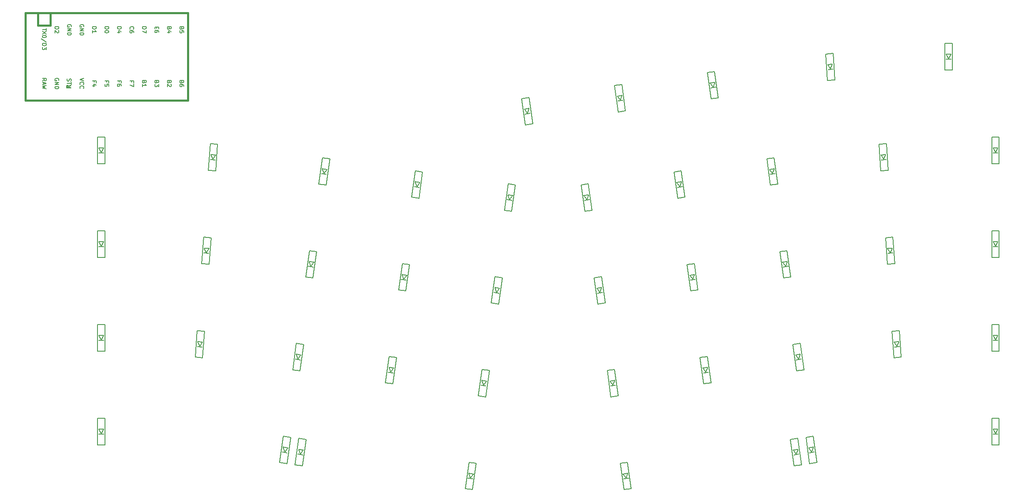
<source format=gbr>
G04 #@! TF.GenerationSoftware,KiCad,Pcbnew,(5.1.4)-1*
G04 #@! TF.CreationDate,2021-09-17T00:33:20-10:00*
G04 #@! TF.ProjectId,oya38split,6f796133-3873-4706-9c69-742e6b696361,rev?*
G04 #@! TF.SameCoordinates,Original*
G04 #@! TF.FileFunction,Legend,Top*
G04 #@! TF.FilePolarity,Positive*
%FSLAX46Y46*%
G04 Gerber Fmt 4.6, Leading zero omitted, Abs format (unit mm)*
G04 Created by KiCad (PCBNEW (5.1.4)-1) date 2021-09-17 00:33:20*
%MOMM*%
%LPD*%
G04 APERTURE LIST*
%ADD10C,0.150000*%
%ADD11C,0.381000*%
G04 APERTURE END LIST*
D10*
X236831250Y-38600000D02*
X237831250Y-38600000D01*
X237331250Y-38500000D02*
X236831250Y-37600000D01*
X237831250Y-37600000D02*
X237331250Y-38500000D01*
X236831250Y-37600000D02*
X237831250Y-37600000D01*
X236581250Y-35400000D02*
X238081250Y-35400000D01*
X236581250Y-40800000D02*
X238081250Y-40800000D01*
X236581250Y-35400000D02*
X236581250Y-40800000D01*
X238081250Y-40800000D02*
X238081250Y-35400000D01*
X212820912Y-40738342D02*
X213818476Y-40668586D01*
X213312719Y-40603708D02*
X212751156Y-39740778D01*
X213748720Y-39671022D02*
X213312719Y-40603708D01*
X212751156Y-39740778D02*
X213748720Y-39671022D01*
X212348300Y-37563576D02*
X213844647Y-37458942D01*
X212724985Y-42950422D02*
X214221332Y-42845788D01*
X212348300Y-37563576D02*
X212724985Y-42950422D01*
X214221332Y-42845788D02*
X213844647Y-37458942D01*
X188987135Y-44463517D02*
X189977403Y-44324343D01*
X189468351Y-44294903D02*
X188847961Y-43473249D01*
X189838229Y-43334075D02*
X189468351Y-44294903D01*
X188847961Y-43473249D02*
X189838229Y-43334075D01*
X188294214Y-41329452D02*
X189779616Y-41120692D01*
X189045748Y-46676900D02*
X190531150Y-46468140D01*
X188294214Y-41329452D02*
X189045748Y-46676900D01*
X190531150Y-46468140D02*
X189779616Y-41120692D01*
D11*
X54768750Y-31750000D02*
X54768750Y-29210000D01*
X52228750Y-31750000D02*
X54768750Y-31750000D01*
D10*
G36*
X58517780Y-44144635D02*
G01*
X58617780Y-44144635D01*
X58617780Y-44244635D01*
X58517780Y-44244635D01*
X58517780Y-44144635D01*
G37*
X58517780Y-44144635D02*
X58617780Y-44144635D01*
X58617780Y-44244635D01*
X58517780Y-44244635D01*
X58517780Y-44144635D01*
G36*
X58117780Y-44344635D02*
G01*
X58917780Y-44344635D01*
X58917780Y-44444635D01*
X58117780Y-44444635D01*
X58117780Y-44344635D01*
G37*
X58117780Y-44344635D02*
X58917780Y-44344635D01*
X58917780Y-44444635D01*
X58117780Y-44444635D01*
X58117780Y-44344635D01*
G36*
X58717780Y-43944635D02*
G01*
X58917780Y-43944635D01*
X58917780Y-44044635D01*
X58717780Y-44044635D01*
X58717780Y-43944635D01*
G37*
X58717780Y-43944635D02*
X58917780Y-43944635D01*
X58917780Y-44044635D01*
X58717780Y-44044635D01*
X58717780Y-43944635D01*
G36*
X58117780Y-43944635D02*
G01*
X58417780Y-43944635D01*
X58417780Y-44044635D01*
X58117780Y-44044635D01*
X58117780Y-43944635D01*
G37*
X58117780Y-43944635D02*
X58417780Y-43944635D01*
X58417780Y-44044635D01*
X58117780Y-44044635D01*
X58117780Y-43944635D01*
G36*
X58117780Y-43944635D02*
G01*
X58217780Y-43944635D01*
X58217780Y-44444635D01*
X58117780Y-44444635D01*
X58117780Y-43944635D01*
G37*
X58117780Y-43944635D02*
X58217780Y-43944635D01*
X58217780Y-44444635D01*
X58117780Y-44444635D01*
X58117780Y-43944635D01*
D11*
X82708750Y-46990000D02*
X49688750Y-46990000D01*
X82708750Y-29210000D02*
X82708750Y-46990000D01*
X49688750Y-29210000D02*
X82708750Y-29210000D01*
X49688750Y-46990000D02*
X49688750Y-29210000D01*
X52228750Y-31750000D02*
X52228750Y-29210000D01*
D10*
X64587500Y-114800000D02*
X65587500Y-114800000D01*
X65087500Y-114700000D02*
X64587500Y-113800000D01*
X65587500Y-113800000D02*
X65087500Y-114700000D01*
X64587500Y-113800000D02*
X65587500Y-113800000D01*
X64337500Y-111600000D02*
X65837500Y-111600000D01*
X64337500Y-117000000D02*
X65837500Y-117000000D01*
X64337500Y-111600000D02*
X64337500Y-117000000D01*
X65837500Y-117000000D02*
X65837500Y-111600000D01*
X140589923Y-126112199D02*
X141341457Y-120764751D01*
X139856055Y-120555991D02*
X139104521Y-125903439D01*
X139104521Y-125903439D02*
X140589923Y-126112199D01*
X139856055Y-120555991D02*
X141341457Y-120764751D01*
X139797442Y-122769374D02*
X140787710Y-122908548D01*
X140787710Y-122908548D02*
X140167320Y-123730202D01*
X140167320Y-123730202D02*
X139797442Y-122769374D01*
X139658268Y-123759642D02*
X140648536Y-123898816D01*
X226309292Y-97084697D02*
X227306856Y-97014941D01*
X226801099Y-96950063D02*
X226239536Y-96087133D01*
X227237100Y-96017377D02*
X226801099Y-96950063D01*
X226239536Y-96087133D02*
X227237100Y-96017377D01*
X225836680Y-93909931D02*
X227333027Y-93805297D01*
X226213365Y-99296777D02*
X227709712Y-99192143D01*
X225836680Y-93909931D02*
X226213365Y-99296777D01*
X227709712Y-99192143D02*
X227333027Y-93805297D01*
X172839229Y-125903439D02*
X172087695Y-120555991D01*
X170602293Y-120764751D02*
X171353827Y-126112199D01*
X171353827Y-126112199D02*
X172839229Y-125903439D01*
X170602293Y-120764751D02*
X172087695Y-120555991D01*
X171156040Y-122908548D02*
X172146308Y-122769374D01*
X172146308Y-122769374D02*
X171776430Y-123730202D01*
X171776430Y-123730202D02*
X171156040Y-122908548D01*
X171295214Y-123898816D02*
X172285482Y-123759642D01*
X170122528Y-47114765D02*
X171112796Y-46975591D01*
X170603744Y-46946151D02*
X169983354Y-46124497D01*
X170973622Y-45985323D02*
X170603744Y-46946151D01*
X169983354Y-46124497D02*
X170973622Y-45985323D01*
X169429607Y-43980700D02*
X170915009Y-43771940D01*
X170181141Y-49328148D02*
X171666543Y-49119388D01*
X169429607Y-43980700D02*
X170181141Y-49328148D01*
X171666543Y-49119388D02*
X170915009Y-43771940D01*
X246356250Y-95750000D02*
X247356250Y-95750000D01*
X246856250Y-95650000D02*
X246356250Y-94750000D01*
X247356250Y-94750000D02*
X246856250Y-95650000D01*
X246356250Y-94750000D02*
X247356250Y-94750000D01*
X246106250Y-92550000D02*
X247606250Y-92550000D01*
X246106250Y-97950000D02*
X247606250Y-97950000D01*
X246106250Y-92550000D02*
X246106250Y-97950000D01*
X247606250Y-97950000D02*
X247606250Y-92550000D01*
X187508574Y-102382961D02*
X188498842Y-102243787D01*
X187989790Y-102214347D02*
X187369400Y-101392693D01*
X188359668Y-101253519D02*
X187989790Y-102214347D01*
X187369400Y-101392693D02*
X188359668Y-101253519D01*
X186815653Y-99248896D02*
X188301055Y-99040136D01*
X187567187Y-104596344D02*
X189052589Y-104387584D01*
X186815653Y-99248896D02*
X187567187Y-104596344D01*
X189052589Y-104387584D02*
X188301055Y-99040136D01*
X143241169Y-107247591D02*
X143992703Y-101900143D01*
X142507301Y-101691383D02*
X141755767Y-107038831D01*
X141755767Y-107038831D02*
X143241169Y-107247591D01*
X142507301Y-101691383D02*
X143992703Y-101900143D01*
X142448688Y-103904766D02*
X143438956Y-104043940D01*
X143438956Y-104043940D02*
X142818566Y-104865594D01*
X142818566Y-104865594D02*
X142448688Y-103904766D01*
X142309514Y-104895034D02*
X143299782Y-105034208D01*
X205880327Y-119038195D02*
X206870595Y-118899021D01*
X206361543Y-118869581D02*
X205741153Y-118047927D01*
X206731421Y-117908753D02*
X206361543Y-118869581D01*
X205741153Y-118047927D02*
X206731421Y-117908753D01*
X205187406Y-115904130D02*
X206672808Y-115695370D01*
X205938940Y-121251578D02*
X207424342Y-121042818D01*
X205187406Y-115904130D02*
X205938940Y-121251578D01*
X207424342Y-121042818D02*
X206672808Y-115695370D01*
X105073155Y-118899021D02*
X106063423Y-119038195D01*
X105582207Y-118869581D02*
X105212329Y-117908753D01*
X106202597Y-118047927D02*
X105582207Y-118869581D01*
X105212329Y-117908753D02*
X106202597Y-118047927D01*
X105270942Y-115695370D02*
X106756344Y-115904130D01*
X104519408Y-121042818D02*
X106004810Y-121251578D01*
X105270942Y-115695370D02*
X104519408Y-121042818D01*
X106004810Y-121251578D02*
X106756344Y-115904130D01*
X124376563Y-104596344D02*
X125128097Y-99248896D01*
X123642695Y-99040136D02*
X122891161Y-104387584D01*
X122891161Y-104387584D02*
X124376563Y-104596344D01*
X123642695Y-99040136D02*
X125128097Y-99248896D01*
X123584082Y-101253519D02*
X124574350Y-101392693D01*
X124574350Y-101392693D02*
X123953960Y-102214347D01*
X123953960Y-102214347D02*
X123584082Y-101253519D01*
X123444908Y-102243787D02*
X124435176Y-102382961D01*
X246356250Y-114800000D02*
X247356250Y-114800000D01*
X246856250Y-114700000D02*
X246356250Y-113800000D01*
X247356250Y-113800000D02*
X246856250Y-114700000D01*
X246356250Y-113800000D02*
X247356250Y-113800000D01*
X246106250Y-111600000D02*
X247606250Y-111600000D01*
X246106250Y-117000000D02*
X247606250Y-117000000D01*
X246106250Y-111600000D02*
X246106250Y-117000000D01*
X247606250Y-117000000D02*
X247606250Y-111600000D01*
X104580301Y-99592540D02*
X105570569Y-99731714D01*
X105089353Y-99563100D02*
X104719475Y-98602272D01*
X105709743Y-98741446D02*
X105089353Y-99563100D01*
X104719475Y-98602272D02*
X105709743Y-98741446D01*
X104778088Y-96388889D02*
X106263490Y-96597649D01*
X104026554Y-101736337D02*
X105511956Y-101945097D01*
X104778088Y-96388889D02*
X104026554Y-101736337D01*
X105511956Y-101945097D02*
X106263490Y-96597649D01*
X206373181Y-99731714D02*
X207363449Y-99592540D01*
X206854397Y-99563100D02*
X206234007Y-98741446D01*
X207224275Y-98602272D02*
X206854397Y-99563100D01*
X206234007Y-98741446D02*
X207224275Y-98602272D01*
X205680260Y-96597649D02*
X207165662Y-96388889D01*
X206431794Y-101945097D02*
X207917196Y-101736337D01*
X205680260Y-96597649D02*
X206431794Y-101945097D01*
X207917196Y-101736337D02*
X207165662Y-96388889D01*
X168643968Y-105034208D02*
X169634236Y-104895034D01*
X169125184Y-104865594D02*
X168504794Y-104043940D01*
X169495062Y-103904766D02*
X169125184Y-104865594D01*
X168504794Y-104043940D02*
X169495062Y-103904766D01*
X167951047Y-101900143D02*
X169436449Y-101691383D01*
X168702581Y-107247591D02*
X170187983Y-107038831D01*
X167951047Y-101900143D02*
X168702581Y-107247591D01*
X170187983Y-107038831D02*
X169436449Y-101691383D01*
X151257921Y-49766013D02*
X152248189Y-49626839D01*
X151739137Y-49597399D02*
X151118747Y-48775745D01*
X152109015Y-48636571D02*
X151739137Y-49597399D01*
X151118747Y-48775745D02*
X152109015Y-48636571D01*
X150565000Y-46631948D02*
X152050402Y-46423188D01*
X151316534Y-51979396D02*
X152801936Y-51770636D01*
X150565000Y-46631948D02*
X151316534Y-51979396D01*
X152801936Y-51770636D02*
X152050402Y-46423188D01*
X209024429Y-118596320D02*
X210014697Y-118457146D01*
X209505645Y-118427706D02*
X208885255Y-117606052D01*
X209875523Y-117466878D02*
X209505645Y-118427706D01*
X208885255Y-117606052D02*
X209875523Y-117466878D01*
X208331508Y-115462255D02*
X209816910Y-115253495D01*
X209083042Y-120809703D02*
X210568444Y-120600943D01*
X208331508Y-115462255D02*
X209083042Y-120809703D01*
X210568444Y-120600943D02*
X209816910Y-115253495D01*
X101929053Y-118457146D02*
X102919321Y-118596320D01*
X102438105Y-118427706D02*
X102068227Y-117466878D01*
X103058495Y-117606052D02*
X102438105Y-118427706D01*
X102068227Y-117466878D02*
X103058495Y-117606052D01*
X102126840Y-115253495D02*
X103612242Y-115462255D01*
X101375306Y-120600943D02*
X102860708Y-120809703D01*
X102126840Y-115253495D02*
X101375306Y-120600943D01*
X102860708Y-120809703D02*
X103612242Y-115462255D01*
X128747403Y-64514573D02*
X129737671Y-64653747D01*
X129256455Y-64485133D02*
X128886577Y-63524305D01*
X129876845Y-63663479D02*
X129256455Y-64485133D01*
X128886577Y-63524305D02*
X129876845Y-63663479D01*
X128945190Y-61310922D02*
X130430592Y-61519682D01*
X128193656Y-66658370D02*
X129679058Y-66867130D01*
X128945190Y-61310922D02*
X128193656Y-66658370D01*
X129679058Y-66867130D02*
X130430592Y-61519682D01*
X88388106Y-61289587D02*
X88764791Y-55902741D01*
X87268444Y-55798107D02*
X86891759Y-61184953D01*
X86891759Y-61184953D02*
X88388106Y-61289587D01*
X87268444Y-55798107D02*
X88764791Y-55902741D01*
X87364371Y-58010187D02*
X88361935Y-58079943D01*
X88361935Y-58079943D02*
X87800372Y-58942873D01*
X87800372Y-58942873D02*
X87364371Y-58010187D01*
X87294615Y-59007751D02*
X88292179Y-59077507D01*
X109882797Y-61863325D02*
X110873065Y-62002499D01*
X110391849Y-61833885D02*
X110021971Y-60873057D01*
X111012239Y-61012231D02*
X110391849Y-61833885D01*
X110021971Y-60873057D02*
X111012239Y-61012231D01*
X110080584Y-58659674D02*
X111565986Y-58868434D01*
X109329050Y-64007122D02*
X110814452Y-64215882D01*
X110080584Y-58659674D02*
X109329050Y-64007122D01*
X110814452Y-64215882D02*
X111565986Y-58868434D01*
X65837500Y-59850000D02*
X65837500Y-54450000D01*
X64337500Y-54450000D02*
X64337500Y-59850000D01*
X64337500Y-59850000D02*
X65837500Y-59850000D01*
X64337500Y-54450000D02*
X65837500Y-54450000D01*
X64587500Y-56650000D02*
X65587500Y-56650000D01*
X65587500Y-56650000D02*
X65087500Y-57550000D01*
X65087500Y-57550000D02*
X64587500Y-56650000D01*
X64587500Y-57650000D02*
X65587500Y-57650000D01*
X223651571Y-59077507D02*
X224649135Y-59007751D01*
X224143378Y-58942873D02*
X223581815Y-58079943D01*
X224579379Y-58010187D02*
X224143378Y-58942873D01*
X223581815Y-58079943D02*
X224579379Y-58010187D01*
X223178959Y-55902741D02*
X224675306Y-55798107D01*
X223555644Y-61289587D02*
X225051991Y-61184953D01*
X223178959Y-55902741D02*
X223555644Y-61289587D01*
X225051991Y-61184953D02*
X224675306Y-55798107D01*
X184857326Y-83518354D02*
X185847594Y-83379180D01*
X185338542Y-83349740D02*
X184718152Y-82528086D01*
X185708420Y-82388912D02*
X185338542Y-83349740D01*
X184718152Y-82528086D02*
X185708420Y-82388912D01*
X184164405Y-80384289D02*
X185649807Y-80175529D01*
X184915939Y-85731737D02*
X186401341Y-85522977D01*
X184164405Y-80384289D02*
X184915939Y-85731737D01*
X186401341Y-85522977D02*
X185649807Y-80175529D01*
X85965755Y-78011346D02*
X86963319Y-78081102D01*
X86471512Y-77946468D02*
X86035511Y-77013782D01*
X87033075Y-77083538D02*
X86471512Y-77946468D01*
X86035511Y-77013782D02*
X87033075Y-77083538D01*
X85939584Y-74801702D02*
X87435931Y-74906336D01*
X85562899Y-80188548D02*
X87059246Y-80293182D01*
X85939584Y-74801702D02*
X85562899Y-80188548D01*
X87059246Y-80293182D02*
X87435931Y-74906336D01*
X84636894Y-97014941D02*
X85634458Y-97084697D01*
X85142651Y-96950063D02*
X84706650Y-96017377D01*
X85704214Y-96087133D02*
X85142651Y-96950063D01*
X84706650Y-96017377D02*
X85704214Y-96087133D01*
X84610723Y-93805297D02*
X86107070Y-93909931D01*
X84234038Y-99192143D02*
X85730385Y-99296777D01*
X84610723Y-93805297D02*
X84234038Y-99192143D01*
X85730385Y-99296777D02*
X86107070Y-93909931D01*
X64587500Y-95750000D02*
X65587500Y-95750000D01*
X65087500Y-95650000D02*
X64587500Y-94750000D01*
X65587500Y-94750000D02*
X65087500Y-95650000D01*
X64587500Y-94750000D02*
X65587500Y-94750000D01*
X64337500Y-92550000D02*
X65837500Y-92550000D01*
X64337500Y-97950000D02*
X65837500Y-97950000D01*
X64337500Y-92550000D02*
X64337500Y-97950000D01*
X65837500Y-97950000D02*
X65837500Y-92550000D01*
X224980431Y-78081102D02*
X225977995Y-78011346D01*
X225472238Y-77946468D02*
X224910675Y-77083538D01*
X225908239Y-77013782D02*
X225472238Y-77946468D01*
X224910675Y-77083538D02*
X225908239Y-77013782D01*
X224507819Y-74906336D02*
X226004166Y-74801702D01*
X224884504Y-80293182D02*
X226380851Y-80188548D01*
X224507819Y-74906336D02*
X224884504Y-80293182D01*
X226380851Y-80188548D02*
X226004166Y-74801702D01*
X165992720Y-86169601D02*
X166982988Y-86030427D01*
X166473936Y-86000987D02*
X165853546Y-85179333D01*
X166843814Y-85040159D02*
X166473936Y-86000987D01*
X165853546Y-85179333D02*
X166843814Y-85040159D01*
X165299799Y-83035536D02*
X166785201Y-82826776D01*
X166051333Y-88382984D02*
X167536735Y-88174224D01*
X165299799Y-83035536D02*
X166051333Y-88382984D01*
X167536735Y-88174224D02*
X166785201Y-82826776D01*
X64587500Y-76700000D02*
X65587500Y-76700000D01*
X65087500Y-76600000D02*
X64587500Y-75700000D01*
X65587500Y-75700000D02*
X65087500Y-76600000D01*
X64587500Y-75700000D02*
X65587500Y-75700000D01*
X64337500Y-73500000D02*
X65837500Y-73500000D01*
X64337500Y-78900000D02*
X65837500Y-78900000D01*
X64337500Y-73500000D02*
X64337500Y-78900000D01*
X65837500Y-78900000D02*
X65837500Y-73500000D01*
X246356250Y-57650000D02*
X247356250Y-57650000D01*
X246856250Y-57550000D02*
X246356250Y-56650000D01*
X247356250Y-56650000D02*
X246856250Y-57550000D01*
X246356250Y-56650000D02*
X247356250Y-56650000D01*
X246106250Y-54450000D02*
X247606250Y-54450000D01*
X246106250Y-59850000D02*
X247606250Y-59850000D01*
X246106250Y-54450000D02*
X246106250Y-59850000D01*
X247606250Y-59850000D02*
X247606250Y-54450000D01*
X144960762Y-86030427D02*
X145951030Y-86169601D01*
X145469814Y-86000987D02*
X145099936Y-85040159D01*
X146090204Y-85179333D02*
X145469814Y-86000987D01*
X145099936Y-85040159D02*
X146090204Y-85179333D01*
X145158549Y-82826776D02*
X146643951Y-83035536D01*
X144407015Y-88174224D02*
X145892417Y-88382984D01*
X145158549Y-82826776D02*
X144407015Y-88174224D01*
X145892417Y-88382984D02*
X146643951Y-83035536D01*
X201070685Y-62002499D02*
X202060953Y-61863325D01*
X201551901Y-61833885D02*
X200931511Y-61012231D01*
X201921779Y-60873057D02*
X201551901Y-61833885D01*
X200931511Y-61012231D02*
X201921779Y-60873057D01*
X200377764Y-58868434D02*
X201863166Y-58659674D01*
X201129298Y-64215882D02*
X202614700Y-64007122D01*
X200377764Y-58868434D02*
X201129298Y-64215882D01*
X202614700Y-64007122D02*
X201863166Y-58659674D01*
X126096156Y-83379180D02*
X127086424Y-83518354D01*
X126605208Y-83349740D02*
X126235330Y-82388912D01*
X127225598Y-82528086D02*
X126605208Y-83349740D01*
X126235330Y-82388912D02*
X127225598Y-82528086D01*
X126293943Y-80175529D02*
X127779345Y-80384289D01*
X125542409Y-85522977D02*
X127027811Y-85731737D01*
X126293943Y-80175529D02*
X125542409Y-85522977D01*
X127027811Y-85731737D02*
X127779345Y-80384289D01*
X246356250Y-76700000D02*
X247356250Y-76700000D01*
X246856250Y-76600000D02*
X246356250Y-75700000D01*
X247356250Y-75700000D02*
X246856250Y-76600000D01*
X246356250Y-75700000D02*
X247356250Y-75700000D01*
X246106250Y-73500000D02*
X247606250Y-73500000D01*
X246106250Y-78900000D02*
X247606250Y-78900000D01*
X246106250Y-73500000D02*
X246106250Y-78900000D01*
X247606250Y-78900000D02*
X247606250Y-73500000D01*
X203721933Y-80867107D02*
X204712201Y-80727933D01*
X204203149Y-80698493D02*
X203582759Y-79876839D01*
X204573027Y-79737665D02*
X204203149Y-80698493D01*
X203582759Y-79876839D02*
X204573027Y-79737665D01*
X203029012Y-77733042D02*
X204514414Y-77524282D01*
X203780546Y-83080490D02*
X205265948Y-82871730D01*
X203029012Y-77733042D02*
X203780546Y-83080490D01*
X205265948Y-82871730D02*
X204514414Y-77524282D01*
X182206079Y-64653747D02*
X183196347Y-64514573D01*
X182687295Y-64485133D02*
X182066905Y-63663479D01*
X183057173Y-63524305D02*
X182687295Y-64485133D01*
X182066905Y-63663479D02*
X183057173Y-63524305D01*
X181513158Y-61519682D02*
X182998560Y-61310922D01*
X182264692Y-66867130D02*
X183750094Y-66658370D01*
X181513158Y-61519682D02*
X182264692Y-66867130D01*
X183750094Y-66658370D02*
X182998560Y-61310922D01*
X107231549Y-80727933D02*
X108221817Y-80867107D01*
X107740601Y-80698493D02*
X107370723Y-79737665D01*
X108360991Y-79876839D02*
X107740601Y-80698493D01*
X107370723Y-79737665D02*
X108360991Y-79876839D01*
X107429336Y-77524282D02*
X108914738Y-77733042D01*
X106677802Y-82871730D02*
X108163204Y-83080490D01*
X107429336Y-77524282D02*
X106677802Y-82871730D01*
X108163204Y-83080490D02*
X108914738Y-77733042D01*
X163341472Y-67304995D02*
X164331740Y-67165821D01*
X163822688Y-67136381D02*
X163202298Y-66314727D01*
X164192566Y-66175553D02*
X163822688Y-67136381D01*
X163202298Y-66314727D02*
X164192566Y-66175553D01*
X162648551Y-64170930D02*
X164133953Y-63962170D01*
X163400085Y-69518378D02*
X164885487Y-69309618D01*
X162648551Y-64170930D02*
X163400085Y-69518378D01*
X164885487Y-69309618D02*
X164133953Y-63962170D01*
X147612010Y-67165821D02*
X148602278Y-67304995D01*
X148121062Y-67136381D02*
X147751184Y-66175553D01*
X148741452Y-66314727D02*
X148121062Y-67136381D01*
X147751184Y-66175553D02*
X148741452Y-66314727D01*
X147809797Y-63962170D02*
X149295199Y-64170930D01*
X147058263Y-69309618D02*
X148543665Y-69518378D01*
X147809797Y-63962170D02*
X147058263Y-69309618D01*
X148543665Y-69518378D02*
X149295199Y-64170930D01*
X55676845Y-32048523D02*
X56476845Y-32048523D01*
X56476845Y-32239000D01*
X56438750Y-32353285D01*
X56362559Y-32429476D01*
X56286369Y-32467571D01*
X56133988Y-32505666D01*
X56019702Y-32505666D01*
X55867321Y-32467571D01*
X55791130Y-32429476D01*
X55714940Y-32353285D01*
X55676845Y-32239000D01*
X55676845Y-32048523D01*
X56400654Y-32810428D02*
X56438750Y-32848523D01*
X56476845Y-32924714D01*
X56476845Y-33115190D01*
X56438750Y-33191380D01*
X56400654Y-33229476D01*
X56324464Y-33267571D01*
X56248273Y-33267571D01*
X56133988Y-33229476D01*
X55676845Y-32772333D01*
X55676845Y-33267571D01*
X65836845Y-32048523D02*
X66636845Y-32048523D01*
X66636845Y-32239000D01*
X66598750Y-32353285D01*
X66522559Y-32429476D01*
X66446369Y-32467571D01*
X66293988Y-32505666D01*
X66179702Y-32505666D01*
X66027321Y-32467571D01*
X65951130Y-32429476D01*
X65874940Y-32353285D01*
X65836845Y-32239000D01*
X65836845Y-32048523D01*
X66636845Y-33000904D02*
X66636845Y-33077095D01*
X66598750Y-33153285D01*
X66560654Y-33191380D01*
X66484464Y-33229476D01*
X66332083Y-33267571D01*
X66141607Y-33267571D01*
X65989226Y-33229476D01*
X65913035Y-33191380D01*
X65874940Y-33153285D01*
X65836845Y-33077095D01*
X65836845Y-33000904D01*
X65874940Y-32924714D01*
X65913035Y-32886619D01*
X65989226Y-32848523D01*
X66141607Y-32810428D01*
X66332083Y-32810428D01*
X66484464Y-32848523D01*
X66560654Y-32886619D01*
X66598750Y-32924714D01*
X66636845Y-33000904D01*
X63296845Y-32048523D02*
X64096845Y-32048523D01*
X64096845Y-32239000D01*
X64058750Y-32353285D01*
X63982559Y-32429476D01*
X63906369Y-32467571D01*
X63753988Y-32505666D01*
X63639702Y-32505666D01*
X63487321Y-32467571D01*
X63411130Y-32429476D01*
X63334940Y-32353285D01*
X63296845Y-32239000D01*
X63296845Y-32048523D01*
X63296845Y-33267571D02*
X63296845Y-32810428D01*
X63296845Y-33039000D02*
X64096845Y-33039000D01*
X63982559Y-32962809D01*
X63906369Y-32886619D01*
X63868273Y-32810428D01*
X61518750Y-32029476D02*
X61556845Y-31953285D01*
X61556845Y-31839000D01*
X61518750Y-31724714D01*
X61442559Y-31648523D01*
X61366369Y-31610428D01*
X61213988Y-31572333D01*
X61099702Y-31572333D01*
X60947321Y-31610428D01*
X60871130Y-31648523D01*
X60794940Y-31724714D01*
X60756845Y-31839000D01*
X60756845Y-31915190D01*
X60794940Y-32029476D01*
X60833035Y-32067571D01*
X61099702Y-32067571D01*
X61099702Y-31915190D01*
X60756845Y-32410428D02*
X61556845Y-32410428D01*
X60756845Y-32867571D01*
X61556845Y-32867571D01*
X60756845Y-33248523D02*
X61556845Y-33248523D01*
X61556845Y-33439000D01*
X61518750Y-33553285D01*
X61442559Y-33629476D01*
X61366369Y-33667571D01*
X61213988Y-33705666D01*
X61099702Y-33705666D01*
X60947321Y-33667571D01*
X60871130Y-33629476D01*
X60794940Y-33553285D01*
X60756845Y-33439000D01*
X60756845Y-33248523D01*
X58978750Y-32029476D02*
X59016845Y-31953285D01*
X59016845Y-31839000D01*
X58978750Y-31724714D01*
X58902559Y-31648523D01*
X58826369Y-31610428D01*
X58673988Y-31572333D01*
X58559702Y-31572333D01*
X58407321Y-31610428D01*
X58331130Y-31648523D01*
X58254940Y-31724714D01*
X58216845Y-31839000D01*
X58216845Y-31915190D01*
X58254940Y-32029476D01*
X58293035Y-32067571D01*
X58559702Y-32067571D01*
X58559702Y-31915190D01*
X58216845Y-32410428D02*
X59016845Y-32410428D01*
X58216845Y-32867571D01*
X59016845Y-32867571D01*
X58216845Y-33248523D02*
X59016845Y-33248523D01*
X59016845Y-33439000D01*
X58978750Y-33553285D01*
X58902559Y-33629476D01*
X58826369Y-33667571D01*
X58673988Y-33705666D01*
X58559702Y-33705666D01*
X58407321Y-33667571D01*
X58331130Y-33629476D01*
X58254940Y-33553285D01*
X58216845Y-33439000D01*
X58216845Y-33248523D01*
X68376845Y-32048523D02*
X69176845Y-32048523D01*
X69176845Y-32239000D01*
X69138750Y-32353285D01*
X69062559Y-32429476D01*
X68986369Y-32467571D01*
X68833988Y-32505666D01*
X68719702Y-32505666D01*
X68567321Y-32467571D01*
X68491130Y-32429476D01*
X68414940Y-32353285D01*
X68376845Y-32239000D01*
X68376845Y-32048523D01*
X68910178Y-33191380D02*
X68376845Y-33191380D01*
X69214940Y-33000904D02*
X68643511Y-32810428D01*
X68643511Y-33305666D01*
X70993035Y-32505666D02*
X70954940Y-32467571D01*
X70916845Y-32353285D01*
X70916845Y-32277095D01*
X70954940Y-32162809D01*
X71031130Y-32086619D01*
X71107321Y-32048523D01*
X71259702Y-32010428D01*
X71373988Y-32010428D01*
X71526369Y-32048523D01*
X71602559Y-32086619D01*
X71678750Y-32162809D01*
X71716845Y-32277095D01*
X71716845Y-32353285D01*
X71678750Y-32467571D01*
X71640654Y-32505666D01*
X71716845Y-33191380D02*
X71716845Y-33039000D01*
X71678750Y-32962809D01*
X71640654Y-32924714D01*
X71526369Y-32848523D01*
X71373988Y-32810428D01*
X71069226Y-32810428D01*
X70993035Y-32848523D01*
X70954940Y-32886619D01*
X70916845Y-32962809D01*
X70916845Y-33115190D01*
X70954940Y-33191380D01*
X70993035Y-33229476D01*
X71069226Y-33267571D01*
X71259702Y-33267571D01*
X71335892Y-33229476D01*
X71373988Y-33191380D01*
X71412083Y-33115190D01*
X71412083Y-32962809D01*
X71373988Y-32886619D01*
X71335892Y-32848523D01*
X71259702Y-32810428D01*
X73456845Y-32048523D02*
X74256845Y-32048523D01*
X74256845Y-32239000D01*
X74218750Y-32353285D01*
X74142559Y-32429476D01*
X74066369Y-32467571D01*
X73913988Y-32505666D01*
X73799702Y-32505666D01*
X73647321Y-32467571D01*
X73571130Y-32429476D01*
X73494940Y-32353285D01*
X73456845Y-32239000D01*
X73456845Y-32048523D01*
X74256845Y-32772333D02*
X74256845Y-33305666D01*
X73456845Y-32962809D01*
X76415892Y-32086619D02*
X76415892Y-32353285D01*
X75996845Y-32467571D02*
X75996845Y-32086619D01*
X76796845Y-32086619D01*
X76796845Y-32467571D01*
X76796845Y-33153285D02*
X76796845Y-33000904D01*
X76758750Y-32924714D01*
X76720654Y-32886619D01*
X76606369Y-32810428D01*
X76453988Y-32772333D01*
X76149226Y-32772333D01*
X76073035Y-32810428D01*
X76034940Y-32848523D01*
X75996845Y-32924714D01*
X75996845Y-33077095D01*
X76034940Y-33153285D01*
X76073035Y-33191380D01*
X76149226Y-33229476D01*
X76339702Y-33229476D01*
X76415892Y-33191380D01*
X76453988Y-33153285D01*
X76492083Y-33077095D01*
X76492083Y-32924714D01*
X76453988Y-32848523D01*
X76415892Y-32810428D01*
X76339702Y-32772333D01*
X78955892Y-32315190D02*
X78917797Y-32429476D01*
X78879702Y-32467571D01*
X78803511Y-32505666D01*
X78689226Y-32505666D01*
X78613035Y-32467571D01*
X78574940Y-32429476D01*
X78536845Y-32353285D01*
X78536845Y-32048523D01*
X79336845Y-32048523D01*
X79336845Y-32315190D01*
X79298750Y-32391380D01*
X79260654Y-32429476D01*
X79184464Y-32467571D01*
X79108273Y-32467571D01*
X79032083Y-32429476D01*
X78993988Y-32391380D01*
X78955892Y-32315190D01*
X78955892Y-32048523D01*
X79070178Y-33191380D02*
X78536845Y-33191380D01*
X79374940Y-33000904D02*
X78803511Y-32810428D01*
X78803511Y-33305666D01*
X81495892Y-32315190D02*
X81457797Y-32429476D01*
X81419702Y-32467571D01*
X81343511Y-32505666D01*
X81229226Y-32505666D01*
X81153035Y-32467571D01*
X81114940Y-32429476D01*
X81076845Y-32353285D01*
X81076845Y-32048523D01*
X81876845Y-32048523D01*
X81876845Y-32315190D01*
X81838750Y-32391380D01*
X81800654Y-32429476D01*
X81724464Y-32467571D01*
X81648273Y-32467571D01*
X81572083Y-32429476D01*
X81533988Y-32391380D01*
X81495892Y-32315190D01*
X81495892Y-32048523D01*
X81876845Y-33229476D02*
X81876845Y-32848523D01*
X81495892Y-32810428D01*
X81533988Y-32848523D01*
X81572083Y-32924714D01*
X81572083Y-33115190D01*
X81533988Y-33191380D01*
X81495892Y-33229476D01*
X81419702Y-33267571D01*
X81229226Y-33267571D01*
X81153035Y-33229476D01*
X81114940Y-33191380D01*
X81076845Y-33115190D01*
X81076845Y-32924714D01*
X81114940Y-32848523D01*
X81153035Y-32810428D01*
X81495892Y-43237190D02*
X81457797Y-43351476D01*
X81419702Y-43389571D01*
X81343511Y-43427666D01*
X81229226Y-43427666D01*
X81153035Y-43389571D01*
X81114940Y-43351476D01*
X81076845Y-43275285D01*
X81076845Y-42970523D01*
X81876845Y-42970523D01*
X81876845Y-43237190D01*
X81838750Y-43313380D01*
X81800654Y-43351476D01*
X81724464Y-43389571D01*
X81648273Y-43389571D01*
X81572083Y-43351476D01*
X81533988Y-43313380D01*
X81495892Y-43237190D01*
X81495892Y-42970523D01*
X81876845Y-44113380D02*
X81876845Y-43961000D01*
X81838750Y-43884809D01*
X81800654Y-43846714D01*
X81686369Y-43770523D01*
X81533988Y-43732428D01*
X81229226Y-43732428D01*
X81153035Y-43770523D01*
X81114940Y-43808619D01*
X81076845Y-43884809D01*
X81076845Y-44037190D01*
X81114940Y-44113380D01*
X81153035Y-44151476D01*
X81229226Y-44189571D01*
X81419702Y-44189571D01*
X81495892Y-44151476D01*
X81533988Y-44113380D01*
X81572083Y-44037190D01*
X81572083Y-43884809D01*
X81533988Y-43808619D01*
X81495892Y-43770523D01*
X81419702Y-43732428D01*
X76415892Y-43237190D02*
X76377797Y-43351476D01*
X76339702Y-43389571D01*
X76263511Y-43427666D01*
X76149226Y-43427666D01*
X76073035Y-43389571D01*
X76034940Y-43351476D01*
X75996845Y-43275285D01*
X75996845Y-42970523D01*
X76796845Y-42970523D01*
X76796845Y-43237190D01*
X76758750Y-43313380D01*
X76720654Y-43351476D01*
X76644464Y-43389571D01*
X76568273Y-43389571D01*
X76492083Y-43351476D01*
X76453988Y-43313380D01*
X76415892Y-43237190D01*
X76415892Y-42970523D01*
X76796845Y-43694333D02*
X76796845Y-44189571D01*
X76492083Y-43922904D01*
X76492083Y-44037190D01*
X76453988Y-44113380D01*
X76415892Y-44151476D01*
X76339702Y-44189571D01*
X76149226Y-44189571D01*
X76073035Y-44151476D01*
X76034940Y-44113380D01*
X75996845Y-44037190D01*
X75996845Y-43808619D01*
X76034940Y-43732428D01*
X76073035Y-43694333D01*
X73875892Y-43237190D02*
X73837797Y-43351476D01*
X73799702Y-43389571D01*
X73723511Y-43427666D01*
X73609226Y-43427666D01*
X73533035Y-43389571D01*
X73494940Y-43351476D01*
X73456845Y-43275285D01*
X73456845Y-42970523D01*
X74256845Y-42970523D01*
X74256845Y-43237190D01*
X74218750Y-43313380D01*
X74180654Y-43351476D01*
X74104464Y-43389571D01*
X74028273Y-43389571D01*
X73952083Y-43351476D01*
X73913988Y-43313380D01*
X73875892Y-43237190D01*
X73875892Y-42970523D01*
X73456845Y-44189571D02*
X73456845Y-43732428D01*
X73456845Y-43961000D02*
X74256845Y-43961000D01*
X74142559Y-43884809D01*
X74066369Y-43808619D01*
X74028273Y-43732428D01*
X63715892Y-43294333D02*
X63715892Y-43027666D01*
X63296845Y-43027666D02*
X64096845Y-43027666D01*
X64096845Y-43408619D01*
X63830178Y-44056238D02*
X63296845Y-44056238D01*
X64134940Y-43865761D02*
X63563511Y-43675285D01*
X63563511Y-44170523D01*
X61556845Y-42494333D02*
X60756845Y-42761000D01*
X61556845Y-43027666D01*
X60833035Y-43751476D02*
X60794940Y-43713380D01*
X60756845Y-43599095D01*
X60756845Y-43522904D01*
X60794940Y-43408619D01*
X60871130Y-43332428D01*
X60947321Y-43294333D01*
X61099702Y-43256238D01*
X61213988Y-43256238D01*
X61366369Y-43294333D01*
X61442559Y-43332428D01*
X61518750Y-43408619D01*
X61556845Y-43522904D01*
X61556845Y-43599095D01*
X61518750Y-43713380D01*
X61480654Y-43751476D01*
X60833035Y-44551476D02*
X60794940Y-44513380D01*
X60756845Y-44399095D01*
X60756845Y-44322904D01*
X60794940Y-44208619D01*
X60871130Y-44132428D01*
X60947321Y-44094333D01*
X61099702Y-44056238D01*
X61213988Y-44056238D01*
X61366369Y-44094333D01*
X61442559Y-44132428D01*
X61518750Y-44208619D01*
X61556845Y-44322904D01*
X61556845Y-44399095D01*
X61518750Y-44513380D01*
X61480654Y-44551476D01*
X56438750Y-42951476D02*
X56476845Y-42875285D01*
X56476845Y-42761000D01*
X56438750Y-42646714D01*
X56362559Y-42570523D01*
X56286369Y-42532428D01*
X56133988Y-42494333D01*
X56019702Y-42494333D01*
X55867321Y-42532428D01*
X55791130Y-42570523D01*
X55714940Y-42646714D01*
X55676845Y-42761000D01*
X55676845Y-42837190D01*
X55714940Y-42951476D01*
X55753035Y-42989571D01*
X56019702Y-42989571D01*
X56019702Y-42837190D01*
X55676845Y-43332428D02*
X56476845Y-43332428D01*
X55676845Y-43789571D01*
X56476845Y-43789571D01*
X55676845Y-44170523D02*
X56476845Y-44170523D01*
X56476845Y-44361000D01*
X56438750Y-44475285D01*
X56362559Y-44551476D01*
X56286369Y-44589571D01*
X56133988Y-44627666D01*
X56019702Y-44627666D01*
X55867321Y-44589571D01*
X55791130Y-44551476D01*
X55714940Y-44475285D01*
X55676845Y-44361000D01*
X55676845Y-44170523D01*
X53136845Y-43008619D02*
X53517797Y-42741952D01*
X53136845Y-42551476D02*
X53936845Y-42551476D01*
X53936845Y-42856238D01*
X53898750Y-42932428D01*
X53860654Y-42970523D01*
X53784464Y-43008619D01*
X53670178Y-43008619D01*
X53593988Y-42970523D01*
X53555892Y-42932428D01*
X53517797Y-42856238D01*
X53517797Y-42551476D01*
X53365416Y-43313380D02*
X53365416Y-43694333D01*
X53136845Y-43237190D02*
X53936845Y-43503857D01*
X53136845Y-43770523D01*
X53936845Y-43961000D02*
X53136845Y-44151476D01*
X53708273Y-44303857D01*
X53136845Y-44456238D01*
X53936845Y-44646714D01*
X66255892Y-43294333D02*
X66255892Y-43027666D01*
X65836845Y-43027666D02*
X66636845Y-43027666D01*
X66636845Y-43408619D01*
X66636845Y-44094333D02*
X66636845Y-43713380D01*
X66255892Y-43675285D01*
X66293988Y-43713380D01*
X66332083Y-43789571D01*
X66332083Y-43980047D01*
X66293988Y-44056238D01*
X66255892Y-44094333D01*
X66179702Y-44132428D01*
X65989226Y-44132428D01*
X65913035Y-44094333D01*
X65874940Y-44056238D01*
X65836845Y-43980047D01*
X65836845Y-43789571D01*
X65874940Y-43713380D01*
X65913035Y-43675285D01*
X68795892Y-43294333D02*
X68795892Y-43027666D01*
X68376845Y-43027666D02*
X69176845Y-43027666D01*
X69176845Y-43408619D01*
X69176845Y-44056238D02*
X69176845Y-43903857D01*
X69138750Y-43827666D01*
X69100654Y-43789571D01*
X68986369Y-43713380D01*
X68833988Y-43675285D01*
X68529226Y-43675285D01*
X68453035Y-43713380D01*
X68414940Y-43751476D01*
X68376845Y-43827666D01*
X68376845Y-43980047D01*
X68414940Y-44056238D01*
X68453035Y-44094333D01*
X68529226Y-44132428D01*
X68719702Y-44132428D01*
X68795892Y-44094333D01*
X68833988Y-44056238D01*
X68872083Y-43980047D01*
X68872083Y-43827666D01*
X68833988Y-43751476D01*
X68795892Y-43713380D01*
X68719702Y-43675285D01*
X71335892Y-43294333D02*
X71335892Y-43027666D01*
X70916845Y-43027666D02*
X71716845Y-43027666D01*
X71716845Y-43408619D01*
X71716845Y-43637190D02*
X71716845Y-44170523D01*
X70916845Y-43827666D01*
X78955892Y-43237190D02*
X78917797Y-43351476D01*
X78879702Y-43389571D01*
X78803511Y-43427666D01*
X78689226Y-43427666D01*
X78613035Y-43389571D01*
X78574940Y-43351476D01*
X78536845Y-43275285D01*
X78536845Y-42970523D01*
X79336845Y-42970523D01*
X79336845Y-43237190D01*
X79298750Y-43313380D01*
X79260654Y-43351476D01*
X79184464Y-43389571D01*
X79108273Y-43389571D01*
X79032083Y-43351476D01*
X78993988Y-43313380D01*
X78955892Y-43237190D01*
X78955892Y-42970523D01*
X79260654Y-43732428D02*
X79298750Y-43770523D01*
X79336845Y-43846714D01*
X79336845Y-44037190D01*
X79298750Y-44113380D01*
X79260654Y-44151476D01*
X79184464Y-44189571D01*
X79108273Y-44189571D01*
X78993988Y-44151476D01*
X78536845Y-43694333D01*
X78536845Y-44189571D01*
X53936845Y-32337651D02*
X53936845Y-32794794D01*
X53136845Y-32566223D02*
X53936845Y-32566223D01*
X53936845Y-32985270D02*
X53136845Y-33518604D01*
X53936845Y-33518604D02*
X53136845Y-32985270D01*
X53936845Y-33975747D02*
X53936845Y-34051937D01*
X53898750Y-34128128D01*
X53860654Y-34166223D01*
X53784464Y-34204318D01*
X53632083Y-34242413D01*
X53441607Y-34242413D01*
X53289226Y-34204318D01*
X53213035Y-34166223D01*
X53174940Y-34128128D01*
X53136845Y-34051937D01*
X53136845Y-33975747D01*
X53174940Y-33899556D01*
X53213035Y-33861461D01*
X53289226Y-33823366D01*
X53441607Y-33785270D01*
X53632083Y-33785270D01*
X53784464Y-33823366D01*
X53860654Y-33861461D01*
X53898750Y-33899556D01*
X53936845Y-33975747D01*
X53974940Y-35156699D02*
X52946369Y-34470985D01*
X53136845Y-35423366D02*
X53936845Y-35423366D01*
X53936845Y-35613842D01*
X53898750Y-35728128D01*
X53822559Y-35804318D01*
X53746369Y-35842413D01*
X53593988Y-35880508D01*
X53479702Y-35880508D01*
X53327321Y-35842413D01*
X53251130Y-35804318D01*
X53174940Y-35728128D01*
X53136845Y-35613842D01*
X53136845Y-35423366D01*
X53936845Y-36147175D02*
X53936845Y-36642413D01*
X53632083Y-36375747D01*
X53632083Y-36490032D01*
X53593988Y-36566223D01*
X53555892Y-36604318D01*
X53479702Y-36642413D01*
X53289226Y-36642413D01*
X53213035Y-36604318D01*
X53174940Y-36566223D01*
X53136845Y-36490032D01*
X53136845Y-36261461D01*
X53174940Y-36185270D01*
X53213035Y-36147175D01*
X58234940Y-42606666D02*
X58196845Y-42720952D01*
X58196845Y-42911428D01*
X58234940Y-42987619D01*
X58273035Y-43025714D01*
X58349226Y-43063809D01*
X58425416Y-43063809D01*
X58501607Y-43025714D01*
X58539702Y-42987619D01*
X58577797Y-42911428D01*
X58615892Y-42759047D01*
X58653988Y-42682857D01*
X58692083Y-42644761D01*
X58768273Y-42606666D01*
X58844464Y-42606666D01*
X58920654Y-42644761D01*
X58958750Y-42682857D01*
X58996845Y-42759047D01*
X58996845Y-42949523D01*
X58958750Y-43063809D01*
X58996845Y-43292380D02*
X58996845Y-43749523D01*
X58196845Y-43520952D02*
X58996845Y-43520952D01*
M02*

</source>
